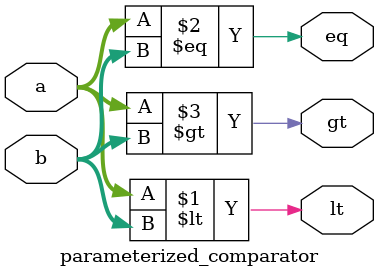
<source format=v>
`timescale 1ns / 1ps

module parameterized_comparator #(
    parameter WIDTH = 8
) (
    input [WIDTH-1:0] a,
    input [WIDTH-1:0] b,
    output lt,
    output eq,
    output gt
);

  assign lt = (a < b);
  assign eq = (a == b);
  assign gt = (a > b);

endmodule

</source>
